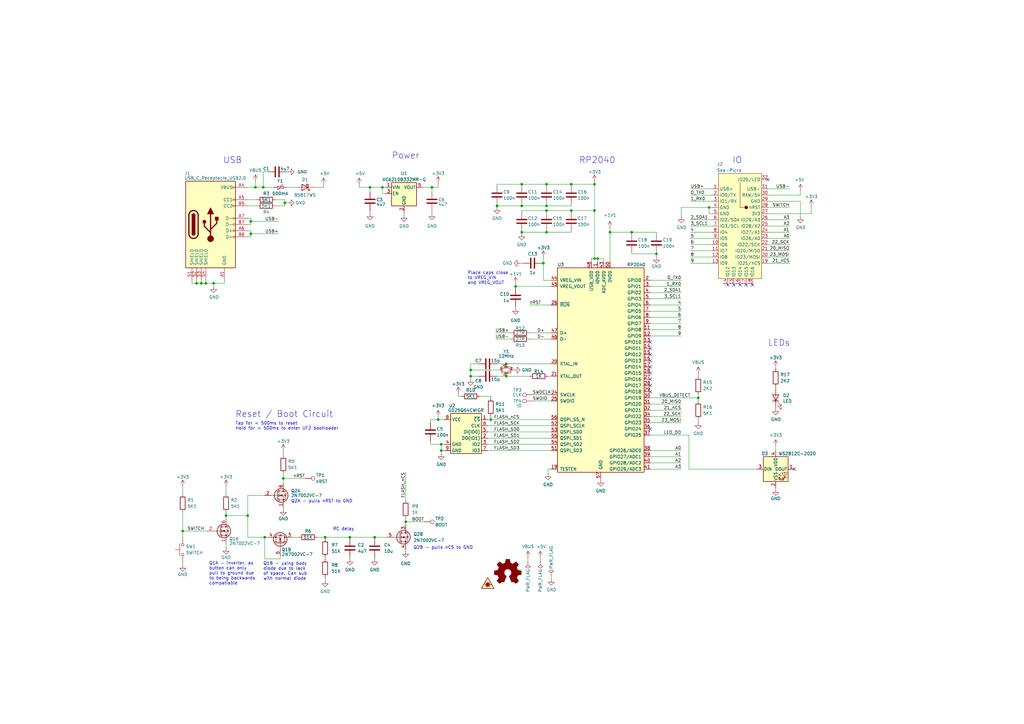
<source format=kicad_sch>
(kicad_sch (version 20211123) (generator eeschema)
  (paper "A3")
  (title_block (title "cockatiel") (rev "version") (company "avery"))
  (junction (at 250.19 95.25))
  (junction (at 193.04 151.765))
  (junction (at 286.385 163.195))
  (junction (at 180.975 182.245))
  (junction (at 245.11 106.045))
  (junction (at 108.585 220.345))
  (junction (at 243.84 106.045))
  (junction (at 207.645 149.225))
  (junction (at 224.155 95.25))
  (junction (at 243.84 75.565))
  (junction (at 211.455 117.475))
  (junction (at 92.71 211.455))
  (junction (at 177.165 76.835))
  (junction (at 87.63 116.205))
  (junction (at 156.845 76.835))
  (junction (at 207.645 154.305))
  (junction (at 153.67 220.345))
  (junction (at 203.835 84.455))
  (junction (at 80.645 116.205))
  (junction (at 234.315 86.36))
  (junction (at 224.155 75.565))
  (junction (at 224.155 86.36))
  (junction (at 84.455 116.205))
  (junction (at 243.84 86.36))
  (junction (at 101.6 211.455))
  (junction (at 116.205 196.215))
  (junction (at 104.775 76.835))
  (junction (at 133.35 220.345))
  (junction (at 213.995 84.455))
  (junction (at 201.295 172.085))
  (junction (at 180.975 184.785))
  (junction (at 143.51 220.345))
  (junction (at 222.885 107.95))
  (junction (at 290.83 85.09))
  (junction (at 74.93 217.805))
  (junction (at 82.55 116.205))
  (junction (at 179.705 172.085))
  (junction (at 259.08 95.25))
  (junction (at 269.24 104.14))
  (junction (at 213.995 95.25))
  (junction (at 213.995 75.565))
  (junction (at 234.315 75.565))
  (junction (at 224.155 84.455))
  (junction (at 166.37 213.995))
  (junction (at 102.87 95.885))
  (junction (at 151.765 76.835))
  (junction (at 116.84 83.185))
  (junction (at 102.87 90.805))
  (junction (at 107.95 76.835))
  (junction (at 193.04 154.305))
  (no_connect (at 306.07 116.84))
  (no_connect (at 266.7 142.875))
  (no_connect (at 266.7 147.955))
  (no_connect (at 298.45 116.84))
  (no_connect (at 266.7 150.495))
  (no_connect (at 266.7 155.575))
  (no_connect (at 308.61 116.84))
  (no_connect (at 266.7 153.035))
  (no_connect (at 266.7 160.655))
  (no_connect (at 325.755 192.405))
  (no_connect (at 266.7 145.415))
  (no_connect (at 266.7 140.335))
  (no_connect (at 266.7 158.115))
  (no_connect (at 314.96 73.66))
  (no_connect (at 300.99 116.84))
  (no_connect (at 266.7 175.895))
  (no_connect (at 303.53 116.84))
  (wire (pts (xy 213.995 75.565) (xy 224.155 75.565)))
  (wire (pts (xy 246.38 196.215) (xy 246.38 196.85)))
  (wire (pts (xy 266.7 127.635) (xy 279.4 127.635)))
  (wire (pts (xy 314.96 95.25) (xy 323.85 95.25)))
  (wire (pts (xy 87.63 117.475) (xy 87.63 116.205)))
  (wire (pts (xy 196.85 162.56) (xy 201.295 162.56)))
  (wire (pts (xy 200.025 184.785) (xy 226.06 184.785)))
  (wire (pts (xy 266.7 120.015) (xy 279.4 120.015)))
  (wire (pts (xy 78.74 116.205) (xy 80.645 116.205)))
  (wire (pts (xy 266.7 135.255) (xy 279.4 135.255)))
  (wire (pts (xy 201.295 172.085) (xy 226.06 172.085)))
  (wire (pts (xy 187.96 161.29) (xy 187.96 162.56)))
  (wire (pts (xy 104.775 76.835) (xy 107.95 76.835)))
  (wire (pts (xy 286.385 163.195) (xy 286.385 164.465)))
  (wire (pts (xy 213.995 84.455) (xy 224.155 84.455)))
  (wire (pts (xy 224.155 76.2) (xy 224.155 75.565)))
  (wire (pts (xy 193.04 154.305) (xy 196.215 154.305)))
  (wire (pts (xy 102.87 97.155) (xy 101.6 97.155)))
  (wire (pts (xy 242.57 106.045) (xy 242.57 107.315)))
  (wire (pts (xy 201.295 162.56) (xy 201.295 163.195)))
  (wire (pts (xy 213.995 94.615) (xy 213.995 95.25)))
  (wire (pts (xy 314.96 97.79) (xy 323.85 97.79)))
  (wire (pts (xy 222.25 107.95) (xy 222.885 107.95)))
  (wire (pts (xy 107.95 70.485) (xy 107.95 76.835)))
  (wire (pts (xy 283.21 102.87) (xy 292.1 102.87)))
  (wire (pts (xy 147.32 76.835) (xy 151.765 76.835)))
  (wire (pts (xy 101.6 89.535) (xy 102.87 89.535)))
  (wire (pts (xy 282.575 192.405) (xy 310.515 192.405)))
  (wire (pts (xy 266.7 117.475) (xy 279.4 117.475)))
  (wire (pts (xy 269.24 95.25) (xy 269.24 95.885)))
  (wire (pts (xy 114.935 227.965) (xy 114.935 229.235)))
  (wire (pts (xy 259.08 104.14) (xy 269.24 104.14)))
  (wire (pts (xy 224.155 84.455) (xy 234.315 84.455)))
  (wire (pts (xy 177.165 86.36) (xy 177.165 87.63)))
  (wire (pts (xy 226.06 117.475) (xy 211.455 117.475)))
  (wire (pts (xy 266.7 173.355) (xy 279.4 173.355)))
  (wire (pts (xy 102.87 95.885) (xy 114.3 95.885)))
  (wire (pts (xy 147.32 76.835) (xy 147.32 75.565)))
  (wire (pts (xy 203.835 154.305) (xy 207.645 154.305)))
  (wire (pts (xy 243.84 106.045) (xy 242.57 106.045)))
  (wire (pts (xy 314.96 90.17) (xy 323.85 90.17)))
  (wire (pts (xy 209.55 139.065) (xy 203.2 139.065)))
  (wire (pts (xy 107.95 76.835) (xy 112.395 76.835)))
  (wire (pts (xy 266.7 192.405) (xy 279.4 192.405)))
  (wire (pts (xy 92.71 211.455) (xy 92.71 212.725)))
  (wire (pts (xy 166.37 213.995) (xy 166.37 215.265)))
  (wire (pts (xy 218.44 161.925) (xy 226.06 161.925)))
  (wire (pts (xy 74.93 199.39) (xy 74.93 202.565)))
  (wire (pts (xy 269.24 103.505) (xy 269.24 104.14)))
  (wire (pts (xy 200.025 172.085) (xy 201.295 172.085)))
  (wire (pts (xy 203.835 149.225) (xy 207.645 149.225)))
  (wire (pts (xy 104.775 74.295) (xy 104.775 76.835)))
  (wire (pts (xy 151.765 76.835) (xy 151.765 78.74)))
  (wire (pts (xy 108.585 220.345) (xy 109.855 220.345)))
  (wire (pts (xy 266.7 137.795) (xy 279.4 137.795)))
  (wire (pts (xy 292.1 87.63) (xy 290.83 87.63)))
  (wire (pts (xy 211.455 117.475) (xy 211.455 118.11)))
  (wire (pts (xy 318.135 159.385) (xy 318.135 158.75)))
  (wire (pts (xy 179.705 172.085) (xy 176.53 172.085)))
  (wire (pts (xy 200.025 179.705) (xy 226.06 179.705)))
  (wire (pts (xy 266.7 187.325) (xy 279.4 187.325)))
  (wire (pts (xy 266.7 114.935) (xy 279.4 114.935)))
  (wire (pts (xy 193.04 151.765) (xy 205.105 151.765)))
  (wire (pts (xy 266.7 130.175) (xy 279.4 130.175)))
  (wire (pts (xy 187.96 162.56) (xy 189.23 162.56)))
  (wire (pts (xy 266.7 132.715) (xy 279.4 132.715)))
  (wire (pts (xy 224.79 192.405) (xy 224.79 194.31)))
  (wire (pts (xy 82.55 116.205) (xy 84.455 116.205)))
  (wire (pts (xy 221.615 228.6) (xy 221.615 230.505)))
  (wire (pts (xy 286.385 153.035) (xy 286.385 154.305)))
  (wire (pts (xy 290.83 87.63) (xy 290.83 85.09)))
  (wire (pts (xy 217.17 139.065) (xy 226.06 139.065)))
  (wire (pts (xy 217.17 136.525) (xy 226.06 136.525)))
  (wire (pts (xy 116.84 83.185) (xy 116.84 84.455)))
  (wire (pts (xy 74.93 217.805) (xy 85.09 217.805)))
  (wire (pts (xy 101.6 203.2) (xy 101.6 211.455)))
  (wire (pts (xy 213.995 95.25) (xy 224.155 95.25)))
  (wire (pts (xy 279.4 85.09) (xy 290.83 85.09)))
  (wire (pts (xy 102.87 89.535) (xy 102.87 90.805)))
  (wire (pts (xy 314.96 102.87) (xy 323.85 102.87)))
  (wire (pts (xy 74.93 217.805) (xy 74.93 220.345)))
  (wire (pts (xy 245.11 106.045) (xy 243.84 106.045)))
  (wire (pts (xy 176.53 182.245) (xy 180.975 182.245)))
  (wire (pts (xy 243.84 74.295) (xy 243.84 75.565)))
  (wire (pts (xy 143.51 228.6) (xy 143.51 229.235)))
  (wire (pts (xy 166.37 212.725) (xy 166.37 213.995)))
  (wire (pts (xy 116.205 194.31) (xy 116.205 196.215)))
  (wire (pts (xy 328.295 80.01) (xy 328.295 78.105)))
  (wire (pts (xy 92.075 114.935) (xy 92.075 116.205)))
  (wire (pts (xy 82.55 114.935) (xy 82.55 116.205)))
  (wire (pts (xy 117.475 70.485) (xy 118.11 70.485)))
  (wire (pts (xy 107.95 70.485) (xy 109.855 70.485)))
  (wire (pts (xy 128.905 76.835) (xy 132.715 76.835)))
  (wire (pts (xy 207.645 154.305) (xy 217.17 154.305)))
  (wire (pts (xy 279.4 85.09) (xy 279.4 88.9)))
  (wire (pts (xy 283.21 100.33) (xy 292.1 100.33)))
  (wire (pts (xy 269.24 104.14) (xy 269.24 105.41)))
  (wire (pts (xy 222.885 107.95) (xy 222.885 114.935)))
  (wire (pts (xy 203.835 76.2) (xy 203.835 75.565)))
  (wire (pts (xy 153.67 228.6) (xy 153.67 229.235)))
  (wire (pts (xy 108.585 229.235) (xy 108.585 220.345)))
  (wire (pts (xy 314.96 105.41) (xy 323.85 105.41)))
  (wire (pts (xy 203.835 84.455) (xy 213.995 84.455)))
  (wire (pts (xy 166.37 225.425) (xy 166.37 226.06)))
  (wire (pts (xy 247.65 106.045) (xy 245.11 106.045)))
  (wire (pts (xy 101.6 76.835) (xy 104.775 76.835)))
  (wire (pts (xy 179.705 170.815) (xy 179.705 172.085)))
  (wire (pts (xy 259.08 95.25) (xy 250.19 95.25)))
  (wire (pts (xy 283.21 107.95) (xy 292.1 107.95)))
  (wire (pts (xy 207.645 149.225) (xy 226.06 149.225)))
  (wire (pts (xy 116.205 196.215) (xy 125.095 196.215)))
  (wire (pts (xy 180.975 182.245) (xy 180.975 184.785)))
  (wire (pts (xy 133.35 236.855) (xy 133.35 238.125)))
  (wire (pts (xy 176.53 180.975) (xy 176.53 182.245)))
  (wire (pts (xy 266.7 163.195) (xy 286.385 163.195)))
  (wire (pts (xy 283.21 97.79) (xy 292.1 97.79)))
  (wire (pts (xy 224.155 83.82) (xy 224.155 84.455)))
  (wire (pts (xy 222.885 105.41) (xy 222.885 107.95)))
  (wire (pts (xy 266.7 178.435) (xy 282.575 178.435)))
  (wire (pts (xy 282.575 192.405) (xy 282.575 178.435)))
  (wire (pts (xy 259.08 95.885) (xy 259.08 95.25)))
  (wire (pts (xy 116.84 81.915) (xy 116.84 83.185)))
  (wire (pts (xy 266.7 125.095) (xy 279.4 125.095)))
  (wire (pts (xy 203.835 84.455) (xy 203.835 85.09)))
  (wire (pts (xy 226.06 192.405) (xy 224.79 192.405)))
  (wire (pts (xy 286.385 161.925) (xy 286.385 163.195)))
  (wire (pts (xy 245.11 106.045) (xy 245.11 107.315)))
  (wire (pts (xy 158.115 79.375) (xy 156.845 79.375)))
  (wire (pts (xy 153.67 220.98) (xy 153.67 220.345)))
  (wire (pts (xy 290.83 85.09) (xy 292.1 85.09)))
  (wire (pts (xy 332.74 84.455) (xy 332.74 87.63)))
  (wire (pts (xy 234.315 86.995) (xy 234.315 86.36)))
  (wire (pts (xy 226.06 114.935) (xy 222.885 114.935)))
  (wire (pts (xy 234.315 86.36) (xy 243.84 86.36)))
  (wire (pts (xy 143.51 220.98) (xy 143.51 220.345)))
  (wire (pts (xy 314.96 85.09) (xy 323.85 85.09)))
  (wire (pts (xy 213.995 75.565) (xy 213.995 76.2)))
  (wire (pts (xy 166.37 213.995) (xy 173.99 213.995)))
  (wire (pts (xy 318.135 182.88) (xy 318.135 184.785)))
  (wire (pts (xy 116.205 196.215) (xy 116.205 198.12)))
  (wire (pts (xy 266.7 170.815) (xy 279.4 170.815)))
  (wire (pts (xy 234.315 94.615) (xy 234.315 95.25)))
  (wire (pts (xy 224.155 86.36) (xy 234.315 86.36)))
  (wire (pts (xy 182.245 182.245) (xy 180.975 182.245)))
  (wire (pts (xy 101.6 94.615) (xy 102.87 94.615)))
  (wire (pts (xy 213.995 95.25) (xy 213.995 95.885)))
  (wire (pts (xy 196.215 149.225) (xy 193.04 149.225)))
  (wire (pts (xy 216.535 228.6) (xy 216.535 230.505)))
  (wire (pts (xy 224.155 75.565) (xy 234.315 75.565)))
  (wire (pts (xy 193.04 151.765) (xy 193.04 154.305)))
  (wire (pts (xy 177.165 76.835) (xy 179.705 76.835)))
  (wire (pts (xy 133.35 220.98) (xy 133.35 220.345)))
  (wire (pts (xy 266.7 168.275) (xy 279.4 168.275)))
  (wire (pts (xy 156.845 76.835) (xy 158.115 76.835)))
  (wire (pts (xy 118.11 83.185) (xy 116.84 83.185)))
  (wire (pts (xy 84.455 114.935) (xy 84.455 116.205)))
  (wire (pts (xy 176.53 172.085) (xy 176.53 173.355)))
  (wire (pts (xy 318.135 167.005) (xy 318.135 167.64)))
  (wire (pts (xy 210.185 151.765) (xy 210.82 151.765)))
  (wire (pts (xy 213.36 107.95) (xy 214.63 107.95)))
  (wire (pts (xy 193.04 154.305) (xy 193.04 155.575)))
  (wire (pts (xy 213.995 86.36) (xy 224.155 86.36)))
  (wire (pts (xy 318.135 151.13) (xy 318.135 150.495)))
  (wire (pts (xy 224.155 86.36) (xy 224.155 86.995)))
  (wire (pts (xy 101.6 203.2) (xy 108.585 203.2)))
  (wire (pts (xy 314.96 92.71) (xy 323.85 92.71)))
  (wire (pts (xy 318.135 200.025) (xy 318.135 200.66)))
  (wire (pts (xy 116.205 208.28) (xy 116.205 208.915)))
  (wire (pts (xy 328.295 82.55) (xy 328.295 88.9)))
  (wire (pts (xy 211.455 116.205) (xy 211.455 117.475)))
  (wire (pts (xy 133.35 228.6) (xy 133.35 229.235)))
  (wire (pts (xy 173.355 76.835) (xy 177.165 76.835)))
  (wire (pts (xy 224.155 94.615) (xy 224.155 95.25)))
  (wire (pts (xy 105.41 81.915) (xy 101.6 81.915)))
  (wire (pts (xy 314.96 107.95) (xy 323.85 107.95)))
  (wire (pts (xy 226.06 125.095) (xy 217.17 125.095)))
  (wire (pts (xy 102.87 90.805) (xy 114.3 90.805)))
  (wire (pts (xy 266.7 122.555) (xy 279.4 122.555)))
  (wire (pts (xy 92.71 199.39) (xy 92.71 202.565)))
  (wire (pts (xy 101.6 220.345) (xy 101.6 211.455)))
  (wire (pts (xy 84.455 116.205) (xy 87.63 116.205)))
  (wire (pts (xy 203.835 83.82) (xy 203.835 84.455)))
  (wire (pts (xy 266.7 165.735) (xy 279.4 165.735)))
  (wire (pts (xy 200.025 174.625) (xy 226.06 174.625)))
  (wire (pts (xy 283.21 77.47) (xy 292.1 77.47)))
  (wire (pts (xy 143.51 220.345) (xy 153.67 220.345)))
  (wire (pts (xy 113.03 84.455) (xy 116.84 84.455)))
  (wire (pts (xy 283.21 90.17) (xy 292.1 90.17)))
  (wire (pts (xy 314.96 82.55) (xy 328.295 82.55)))
  (wire (pts (xy 102.87 92.075) (xy 101.6 92.075)))
  (wire (pts (xy 151.765 76.835) (xy 156.845 76.835)))
  (wire (pts (xy 177.165 76.835) (xy 177.165 78.74)))
  (wire (pts (xy 203.835 75.565) (xy 213.995 75.565)))
  (wire (pts (xy 247.65 107.315) (xy 247.65 106.045)))
  (wire (pts (xy 92.71 222.885) (xy 92.71 224.79)))
  (wire (pts (xy 259.08 103.505) (xy 259.08 104.14)))
  (wire (pts (xy 266.7 189.865) (xy 279.4 189.865)))
  (wire (pts (xy 113.03 81.915) (xy 116.84 81.915)))
  (wire (pts (xy 166.37 193.675) (xy 166.37 205.105)))
  (wire (pts (xy 218.44 164.465) (xy 226.06 164.465)))
  (wire (pts (xy 133.35 220.345) (xy 143.51 220.345)))
  (wire (pts (xy 213.995 83.82) (xy 213.995 84.455)))
  (wire (pts (xy 74.93 230.505) (xy 74.93 231.775)))
  (wire (pts (xy 179.705 74.93) (xy 179.705 76.835)))
  (wire (pts (xy 283.21 92.71) (xy 292.1 92.71)))
  (wire (pts (xy 105.41 84.455) (xy 101.6 84.455)))
  (wire (pts (xy 102.87 90.805) (xy 102.87 92.075)))
  (wire (pts (xy 201.295 170.815) (xy 201.295 172.085)))
  (wire (pts (xy 209.55 136.525) (xy 203.2 136.525)))
  (wire (pts (xy 117.475 76.835) (xy 121.285 76.835)))
  (wire (pts (xy 120.015 220.345) (xy 122.555 220.345)))
  (wire (pts (xy 234.315 75.565) (xy 243.84 75.565)))
  (wire (pts (xy 114.935 229.235) (xy 108.585 229.235)))
  (wire (pts (xy 165.735 86.995) (xy 165.735 88.265)))
  (wire (pts (xy 116.205 184.785) (xy 116.205 186.69)))
  (wire (pts (xy 80.645 114.935) (xy 80.645 116.205)))
  (wire (pts (xy 250.19 95.25) (xy 250.19 107.315)))
  (wire (pts (xy 234.315 83.82) (xy 234.315 84.455)))
  (wire (pts (xy 226.06 237.49) (xy 226.06 236.22)))
  (wire (pts (xy 224.79 154.305) (xy 226.06 154.305)))
  (wire (pts (xy 180.975 184.785) (xy 180.975 186.055)))
  (wire (pts (xy 314.96 87.63) (xy 332.74 87.63)))
  (wire (pts (xy 108.585 220.345) (xy 101.6 220.345)))
  (wire (pts (xy 102.87 95.885) (xy 102.87 97.155)))
  (wire (pts (xy 224.155 95.25) (xy 234.315 95.25)))
  (wire (pts (xy 179.705 172.085) (xy 182.245 172.085)))
  (wire (pts (xy 80.645 116.205) (xy 82.55 116.205)))
  (wire (pts (xy 213.995 86.995) (xy 213.995 86.36)))
  (wire (pts (xy 234.315 75.565) (xy 234.315 76.2)))
  (wire (pts (xy 180.975 184.785) (xy 182.245 184.785)))
  (wire (pts (xy 200.025 182.245) (xy 226.06 182.245)))
  (wire (pts (xy 74.93 210.185) (xy 74.93 217.805)))
  (wire (pts (xy 314.96 80.01) (xy 328.295 80.01)))
  (wire (pts (xy 133.35 220.345) (xy 130.175 220.345)))
  (wire (pts (xy 283.21 95.25) (xy 292.1 95.25)))
  (wire (pts (xy 102.87 94.615) (xy 102.87 95.885)))
  (wire (pts (xy 153.67 220.345) (xy 158.75 220.345)))
  (wire (pts (xy 286.385 172.085) (xy 286.385 173.355)))
  (wire (pts (xy 151.765 86.36) (xy 151.765 87.63)))
  (wire (pts (xy 211.455 125.73) (xy 211.455 126.365)))
  (wire (pts (xy 283.21 80.01) (xy 292.1 80.01)))
  (wire (pts (xy 259.08 95.25) (xy 269.24 95.25)))
  (wire (pts (xy 314.96 77.47) (xy 323.85 77.47)))
  (wire (pts (xy 243.84 86.36) (xy 243.84 106.045)))
  (wire (pts (xy 92.71 210.185) (xy 92.71 211.455)))
  (wire (pts (xy 283.21 82.55) (xy 292.1 82.55)))
  (wire (pts (xy 193.04 149.225) (xy 193.04 151.765)))
  (wire (pts (xy 156.845 79.375) (xy 156.845 76.835)))
  (wire (pts (xy 243.84 75.565) (xy 243.84 86.36)))
  (wire (pts (xy 283.21 105.41) (xy 292.1 105.41)))
  (wire (pts (xy 132.715 76.835) (xy 132.715 75.565)))
  (wire (pts (xy 87.63 116.205) (xy 92.075 116.205)))
  (wire (pts (xy 314.96 100.33) (xy 323.85 100.33)))
  (wire (pts (xy 266.7 184.785) (xy 279.4 184.785)))
  (wire (pts (xy 78.74 114.935) (xy 78.74 116.205)))
  (wire (pts (xy 200.025 177.165) (xy 226.06 177.165)))
  (wire (pts (xy 101.6 211.455) (xy 92.71 211.455)))
  (wire (pts (xy 250.19 93.345) (xy 250.19 95.25)))
  (text "LEDs" (at 314.96 142.24 0) (effects (font (size 2.54 2.54)) (justify left bottom)))
  (text "Q1B - using body \ndiode due to lack\nof space. Can sub\nwith normal diode" (at 107.95 238.125 0) (effects (font (size 1.27 1.27)) (justify left bottom)))
  (text "Q2A - pulls nRST to GND" (at 119.38 206.375 0) (effects (font (size 1.27 1.27)) (justify left bottom)))
  (text "Q2B - pulls nCS to GND" (at 169.545 225.425 0) (effects (font (size 1.27 1.27)) (justify left bottom)))
  (text "Reset / Boot Circuit" (at 96.52 171.45 0) (effects (font (size 2.54 2.54)) (justify left bottom)))
  (text "RP2040" (at 237.49 67.31 0) (effects (font (size 2.54 2.54)) (justify left bottom)))
  (text "Tap for < 500ms to reset\nHold for > 500ms to enter UF2 bootloader" (at 96.52 176.53 0) (effects (font (size 1.27 1.27)) (justify left bottom)))
  (text "IO" (at 300.355 67.31 0) (effects (font (size 2.54 2.54)) (justify left bottom)))
  (text "RC delay" (at 136.525 217.805 0) (effects (font (size 1.27 1.27)) (justify left bottom)))
  (text "Place caps close \nto VREG_VIN \nand VREG_VOUT" (at 191.77 116.84 0) (effects (font (size 1.27 1.27)) (justify left bottom)))
  (text "Power" (at 160.655 65.405 0) (effects (font (size 2.54 2.54)) (justify left bottom)))
  (text "Q1A - inverter, as \nbutton can only \npull to ground due\nto being backwards\ncompatiable" (at 85.725 240.03 0) (effects (font (size 1.27 1.27)) (justify left bottom)))
  (text "USB" (at 91.44 67.31 0) (effects (font (size 2.54 2.54)) (justify left bottom)))
  (label "SWITCH" (at 76.835 217.805 0))
  (label "FLASH_nCS" (at 202.565 172.085 0))
  (label "0_TX0" (at 283.21 80.01 0))
  (label "A0" (at 323.85 97.79 180))
  (label "USB+" (at 114.3 95.885 180))
  (label "6" (at 283.21 100.33 0))
  (label "21_nCS" (at 279.4 168.275 180))
  (label "3_SCL1" (at 279.4 122.555 180))
  (label "BOOT" (at 173.99 213.995 180))
  (label "SWDIO" (at 218.44 164.465 0))
  (label "22_SCK" (at 279.4 170.815 180))
  (label "1_RX0" (at 283.21 82.55 0))
  (label "5" (at 283.21 97.79 0))
  (label "3_SCL1" (at 283.21 92.71 0))
  (label "USB-" (at 114.3 90.805 180))
  (label "FLASH_SD1" (at 202.565 179.705 0))
  (label "1_RX0" (at 279.4 117.475 180))
  (label "USB-" (at 203.2 139.065 0))
  (label "23_MOSI" (at 279.4 173.355 180))
  (label "2_SDA1" (at 283.21 90.17 0))
  (label "A3" (at 279.4 192.405 180))
  (label "7" (at 283.21 102.87 0))
  (label "nRST" (at 217.17 125.095 0))
  (label "4" (at 279.4 125.095 180))
  (label "5" (at 279.4 127.635 180))
  (label "A2" (at 323.85 92.71 180))
  (label "2_SDA1" (at 279.4 120.015 180))
  (label "21_nCS" (at 323.85 107.95 180))
  (label "FLASH_nCS" (at 166.37 193.675 270))
  (label "23_MOSI" (at 323.85 105.41 180))
  (label "9" (at 279.4 137.795 180))
  (label "D+" (at 220.345 136.525 0))
  (label "A1" (at 279.4 187.325 180))
  (label "20_MISO" (at 323.85 102.87 180))
  (label "7" (at 279.4 132.715 180))
  (label "20_MISO" (at 279.4 165.735 180))
  (label "SWDCLK" (at 218.44 161.925 0))
  (label "D-" (at 220.345 139.065 0))
  (label "USB-" (at 323.85 77.47 180))
  (label "nRST" (at 125.095 196.215 180))
  (label "A1" (at 323.85 95.25 180))
  (label "A3" (at 323.85 90.17 180))
  (label "9" (at 283.21 107.95 0))
  (label "22_SCK" (at 323.85 100.33 180))
  (label "4" (at 283.21 95.25 0))
  (label "8" (at 279.4 135.255 180))
  (label "FLASH_SD0" (at 202.565 177.165 0))
  (label "VBUS_DETECT" (at 283.21 163.195 180))
  (label "6" (at 279.4 130.175 180))
  (label "FLASH_SCK" (at 202.565 174.625 0))
  (label "LED_DO" (at 279.4 178.435 180))
  (label "FLASH_SD3" (at 202.565 184.785 0))
  (label "A2" (at 279.4 189.865 180))
  (label "8" (at 283.21 105.41 0))
  (label "0_TX0" (at 279.4 114.935 180))
  (label "USB+" (at 203.2 136.525 0))
  (label "FLASH_SD2" (at 202.565 182.245 0))
  (label "SWITCH" (at 323.85 85.09 180))
  (label "USB+" (at 283.21 77.47 0))
  (label "A0" (at 279.4 184.785 180))
  (symbol (lib_id "josh-memory:W25Q128JVSIQ") (at 187.325 177.165 0) (mirror y) (unit 1)
    (property "Reference" "U2" (at 185.42 166.37 0))
    (property "Value" "GD25Q64CWIGR" (at 191.135 168.275 0))
    (property "Footprint" "josh-dfn-qfn:WSON-8-1EP_6x5mm_P1.27mm_EP3.4x4mm" (effects hide))
    (property "LCSC" "C395511" (effects hide))
    (property "MPN " "GD25Q64CWIGR" (effects hide))
    (property "Manufacturer" "GigaDevice Semicon Beijing " (effects hide))
    (property "JLC Basic" "N" (effects hide))
    (property "LCSC2" "C2940197" (effects hide))
    (property "MPN2" "W25Q64JVZPIQ" (effects hide))
    (property "Manufacturer2" "Winbond" (effects hide))
    (property "Substitute" "N" (effects hide))
  )
  (symbol (lib_id "Transistor_FET:FDG6335N") (at 90.17 217.805 0) (unit 1)
    (property "Reference" "Q1" (at 93.98 220.98 0) (effects (justify left)))
    (property "Value" "2N7002VC-7" (at 93.98 222.885 0) (effects (justify left)))
    (property "Footprint" "josh-soic-sot-etc:SOT-563" (effects hide))
    (property "Datasheet" "http://www.gneic.com/product/datasheet/FDG6335N-1122853.pdf" (effects hide))
    (property "JLC Basic" "N" (effects hide))
    (property "LCSC" "C504145" (effects hide))
    (property "MPN " "2N7002V" (effects hide))
    (property "Manufacturer" "Changjiang Electronics Tech (CJ) " (effects hide))
    (property "Substitute" "Y" (effects hide))
  )
  (symbol (lib_id "power:GND") (at 87.63 117.475 0) (unit 1)
    (property "Reference" "#PWR0131" (effects hide))
    (property "Value" "GND" (at 87.757 121.8692 0))
  )
  (symbol (lib_id "power:PWR_FLAG") (at 216.535 230.505 180) (unit 1)
    (property "Reference" "#FLG0103" (effects hide))
    (property "Value" "PWR_FLAG" (at 216.535 238.125 90))
  )
  (symbol (lib_id "Device:R") (at 133.35 233.045 0) (unit 1)
    (property "Reference" "R8" (at 135.89 231.7749 0) (effects (justify left)))
    (property "Value" "51K" (at 135.89 234.3149 0) (effects (justify left)))
    (property "Footprint" "Resistor_SMD:R_0402_1005Metric" (effects hide))
    (property "JLC Basic" "Y" (effects hide))
    (property "LCSC" "C25794" (effects hide))
    (property "MPN " "0402WGF5102TCE" (effects hide))
    (property "Manufacturer" "UNI-ROYAL(Uniroyal Elec)" (effects hide))
    (property "Substitute" "Y" (effects hide))
  )
  (symbol (lib_id "Device:R") (at 133.35 224.79 0) (unit 1)
    (property "Reference" "R7" (at 135.89 223.5199 0) (effects (justify left)))
    (property "Value" "51K" (at 135.89 226.0599 0) (effects (justify left)))
    (property "Footprint" "Resistor_SMD:R_0402_1005Metric" (effects hide))
    (property "JLC Basic" "Y" (effects hide))
    (property "LCSC" "C25794" (effects hide))
    (property "MPN " "0402WGF5102TCE" (effects hide))
    (property "Manufacturer" "UNI-ROYAL(Uniroyal Elec)" (effects hide))
    (property "Substitute" "Y" (effects hide))
  )
  (symbol (lib_id "josh-led:WS2812C-2020") (at 318.135 192.405 0) (unit 1)
    (property "Reference" "D3" (at 313.69 186.055 0))
    (property "Value" "WS2812C-2020" (at 327.025 186.055 0))
    (property "Footprint" "josh-led:WS2812C-2020" (effects hide))
    (property "Datasheet" "https://cdn-shop.adafruit.com/datasheets/WS2812B.pdf" (effects hide))
    (property "LCSC" "C965556" (effects hide))
    (property "MPN " "WS2812C-2020" (effects hide))
    (property "Manufacturer" "Worldsemi " (effects hide))
    (property "JLC Basic" "N" (effects hide))
    (property "Substitute" "N" (effects hide))
  )
  (symbol (lib_id "power:GND") (at 116.205 208.915 0) (unit 1)
    (property "Reference" "#PWR0145" (effects hide))
    (property "Value" "GND" (at 116.205 212.725 0))
  )
  (symbol (lib_id "power:GND") (at 92.71 224.79 0) (unit 1)
    (property "Reference" "#PWR0140" (effects hide))
    (property "Value" "GND" (at 92.71 228.6 0))
  )
  (symbol (lib_id "power:+3V3") (at 187.96 161.29 0) (unit 1)
    (property "Reference" "#PWR0129" (effects hide))
    (property "Value" "+3V3" (at 187.96 157.48 0))
  )
  (symbol (lib_id "power:+5V") (at 147.32 75.565 0) (unit 1)
    (property "Reference" "#PWR0133" (effects hide))
    (property "Value" "+5V" (at 147.701 71.1708 0))
  )
  (symbol (lib_id "Device:R") (at 109.22 81.915 270) (unit 1)
    (property "Reference" "R3" (at 109.22 79.375 90))
    (property "Value" "5K1" (at 109.22 81.915 90))
    (property "Footprint" "Resistor_SMD:R_0402_1005Metric" (effects hide))
    (property "LCSC" "C25905" (effects hide))
    (property "MPN " "0402WGF5101TCE" (effects hide))
    (property "Manufacturer" "UNI-ROYAL(Uniroyal Elec)" (effects hide))
    (property "JLC Basic" "Y" (effects hide))
    (property "Substitute" "Y" (effects hide))
  )
  (symbol (lib_id "power:+3V3") (at 92.71 199.39 0) (unit 1)
    (property "Reference" "#PWR0143" (effects hide))
    (property "Value" "+3V3" (at 92.71 195.58 0))
  )
  (symbol (lib_id "power:+3V3") (at 318.135 150.495 0) (unit 1)
    (property "Reference" "#PWR0106" (effects hide))
    (property "Value" "+3V3" (at 318.135 146.685 0))
  )
  (symbol (lib_id "Device:R") (at 92.71 206.375 0) (unit 1)
    (property "Reference" "R2" (at 94.615 205.1049 0) (effects (justify left)))
    (property "Value" "5K1" (at 94.615 207.6449 0) (effects (justify left)))
    (property "Footprint" "Resistor_SMD:R_0402_1005Metric" (effects hide))
    (property "LCSC" "C25905" (effects hide))
    (property "MPN " "0402WGF5101TCE" (effects hide))
    (property "Manufacturer" "UNI-ROYAL(Uniroyal Elec)" (effects hide))
    (property "JLC Basic" "Y" (effects hide))
    (property "Substitute" "Y" (effects hide))
  )
  (symbol (lib_id "Transistor_FET:FDG6335N") (at 163.83 220.345 0) (unit 2)
    (property "Reference" "Q2" (at 169.545 219.0749 0) (effects (justify left)))
    (property "Value" "2N7002VC-7" (at 169.545 221.6149 0) (effects (justify left)))
    (property "Footprint" "josh-soic-sot-etc:SOT-563" (effects hide))
    (property "Datasheet" "http://www.gneic.com/product/datasheet/FDG6335N-1122853.pdf" (effects hide))
    (property "JLC Basic" "N" (effects hide))
    (property "LCSC" "C504145" (effects hide))
    (property "MPN " "2N7002V" (effects hide))
    (property "Manufacturer" "Changjiang Electronics Tech (CJ) " (effects hide))
    (property "Substitute" "Y" (effects hide))
  )
  (symbol (lib_id "Device:LED") (at 318.135 163.195 90) (unit 1)
    (property "Reference" "D2" (at 321.1068 162.2044 90) (effects (justify right)))
    (property "Value" "LED" (at 321.1068 164.5158 90) (effects (justify right)))
    (property "Footprint" "LED_SMD:LED_0603_1608Metric" (effects hide))
    (property "LCSC" "C268294" (effects hide))
    (property "MPN " "OSK40603C1E" (effects hide))
    (property "Manufacturer" "OptoSupply" (effects hide))
    (property "JLC Basic" "Y" (effects hide))
    (property "Substitute" "Y - any pink" (effects hide))
  )
  (symbol (lib_id "power:+3V3") (at 74.93 199.39 0) (unit 1)
    (property "Reference" "#PWR0144" (effects hide))
    (property "Value" "+3V3" (at 74.93 195.58 0))
  )
  (symbol (lib_id "power:GND") (at 151.765 87.63 0) (unit 1)
    (property "Reference" "#PWR0138" (effects hide))
    (property "Value" "GND" (at 151.765 92.71 0))
  )
  (symbol (lib_id "power:+5V") (at 221.615 228.6 0) (unit 1)
    (property "Reference" "#PWR0148" (effects hide))
    (property "Value" "+5V" (at 221.996 224.2058 0))
  )
  (symbol (lib_id "Device:C") (at 203.835 80.01 0) (unit 1)
    (property "Reference" "C9" (at 206.375 78.74 0) (effects (justify left)))
    (property "Value" "100n" (at 206.375 81.28 0) (effects (justify left)))
    (property "Footprint" "Capacitor_SMD:C_0402_1005Metric" (effects hide))
    (property "LCSC" "C1525" (effects hide))
    (property "MPN " "CL05B104KO5NNNC" (effects hide))
    (property "Manufacturer" "Samsung Electro-Mechanics" (effects hide))
    (property "JLC Basic" "Y" (effects hide))
    (property "Substitute" "Y" (effects hide))
  )
  (symbol (lib_id "power:VBUS") (at 104.775 74.295 0) (unit 1)
    (property "Reference" "#PWR0122" (effects hide))
    (property "Value" "VBUS" (at 104.775 69.85 0))
  )
  (symbol (lib_id "power:GND") (at 210.82 151.765 90) (unit 1)
    (property "Reference" "#PWR0114" (effects hide))
    (property "Value" "GND" (at 213.995 151.7649 90) (effects (justify right)))
  )
  (symbol (lib_id "Connector:TestPoint") (at 173.99 213.995 270) (unit 1) (in_bom no)
    (property "Reference" "TP2" (at 178.435 212.725 90) (effects (justify left)))
    (property "Value" "BOOT" (at 178.435 215.265 90) (effects (justify left)))
    (property "Footprint" "josh-test-point:TestPoint_SMDPad_D1.0mm_NO_SILK" (effects hide))
  )
  (symbol (lib_id "power:GND") (at 166.37 226.06 0) (unit 1)
    (property "Reference" "#PWR0127" (effects hide))
    (property "Value" "GND" (at 166.37 231.14 0))
  )
  (symbol (lib_id "Switch:SW_Push") (at 74.93 225.425 90) (unit 1)
    (property "Reference" "SW1" (at 76.2 224.1549 90) (effects (justify right)))
    (property "Value" "SWITCH" (at 76.2 226.6949 90) (effects (justify right)))
    (property "Footprint" "josh-buttons-switches:SW_Push_KMR2" (effects hide))
    (property "JLC Basic" "N" (effects hide))
    (property "LCSC" "C318893" (effects hide))
    (property "MPN " "TS-1185EC-C-D-B" (effects hide))
    (property "Manufacturer" "XKB Connectivity" (effects hide))
    (property "Substitute" "Y" (effects hide))
  )
  (symbol (lib_id "power:+1V1") (at 211.455 116.205 0) (unit 1)
    (property "Reference" "#PWR0116" (effects hide))
    (property "Value" "+1V1" (at 211.455 112.395 0))
  )
  (symbol (lib_id "power:GND") (at 143.51 229.235 0) (unit 1)
    (property "Reference" "#PWR0125" (effects hide))
    (property "Value" "GND" (at 143.51 233.68 0))
  )
  (symbol (lib_id "power:PWR_FLAG") (at 226.06 236.22 0) (unit 1)
    (property "Reference" "#FLG0101" (effects hide))
    (property "Value" "PWR_FLAG" (at 226.06 228.6 90))
  )
  (symbol (lib_id "Device:D_Schottky") (at 125.095 76.835 180) (unit 1)
    (property "Reference" "D1" (at 125.095 73.66 0))
    (property "Value" "B5817WS" (at 125.095 80.01 0))
    (property "Footprint" "josh-passives-smt:D_SOD-323" (effects hide))
    (property "LCSC" "C122854" (effects hide))
    (property "MPN " "B5817WS" (effects hide))
    (property "Manufacturer" "Shikues" (effects hide))
    (property "JLC Basic" "N" (effects hide))
    (property "Substitute" "N" (effects hide))
  )
  (symbol (lib_id "Device:R") (at 220.98 154.305 90) (unit 1)
    (property "Reference" "R14" (at 220.98 152.4 90))
    (property "Value" "1K" (at 220.98 154.305 90))
    (property "Footprint" "Resistor_SMD:R_0402_1005Metric" (effects hide))
    (property "LCSC" "C11702" (effects hide))
    (property "MPN " "0402WGF1001TCE" (effects hide))
    (property "Manufacturer" "UNI-ROYAL(Uniroyal Elec)" (effects hide))
    (property "JLC Basic" "Y" (effects hide))
    (property "Substitute" "Y" (effects hide))
  )
  (symbol (lib_id "josh-connector:USB_C_Receptacle_USB2.0_NO_SBU") (at 86.36 92.075 0) (unit 1)
    (property "Reference" "J1" (at 76.835 71.12 0))
    (property "Value" "USB_C_Receptacle_USB2.0" (at 88.265 73.025 0))
    (property "Footprint" "josh-connectors:USB-C_MID_MOUNT_918-418K2024S40000" (effects hide))
    (property "JLC Basic" "N" (effects hide))
    (property "LCSC" "C168688" (effects hide))
    (property "MPN " "918-418K2024S40000" (effects hide))
    (property "Manufacturer" "Jing Extension of the Electronic Co" (effects hide))
    (property "Substitute" "Y" (effects hide))
  )
  (symbol (lib_id "power:+3V3") (at 332.74 84.455 0) (unit 1)
    (property "Reference" "#PWR0109" (effects hide))
    (property "Value" "+3V3" (at 332.74 80.645 0))
  )
  (symbol (lib_id "power:GND") (at 74.93 231.775 0) (unit 1)
    (property "Reference" "#PWR0141" (effects hide))
    (property "Value" "GND" (at 74.93 235.585 0))
  )
  (symbol (lib_id "Device:R") (at 286.385 158.115 0) (unit 1)
    (property "Reference" "R15" (at 288.29 156.8449 0) (effects (justify left)))
    (property "Value" "2K2" (at 288.29 159.3849 0) (effects (justify left)))
    (property "Footprint" "Resistor_SMD:R_0402_1005Metric" (effects hide))
    (property "JLC Basic" "Y" (effects hide))
    (property "LCSC" "C25879" (effects hide))
    (property "MPN " "0402WGF2201TCE" (effects hide))
    (property "Manufacturer" "UNI-ROYAL(Uniroyal Elec)" (effects hide))
    (property "Substitute" "Y" (effects hide))
  )
  (symbol (lib_id "Device:R") (at 318.135 154.94 0) (unit 1)
    (property "Reference" "R17" (at 320.04 153.6699 0) (effects (justify left)))
    (property "Value" "2K2" (at 320.04 156.2099 0) (effects (justify left)))
    (property "Footprint" "Resistor_SMD:R_0402_1005Metric" (effects hide))
    (property "JLC Basic" "Y" (effects hide))
    (property "LCSC" "C25879" (effects hide))
    (property "MPN " "0402WGF2201TCE" (effects hide))
    (property "Manufacturer" "UNI-ROYAL(Uniroyal Elec)" (effects hide))
    (property "Substitute" "Y" (effects hide))
  )
  (symbol (lib_id "power:VBUS") (at 286.385 153.035 0) (unit 1)
    (property "Reference" "#PWR0103" (effects hide))
    (property "Value" "VBUS" (at 286.385 148.59 0))
  )
  (symbol (lib_id "Device:C") (at 234.315 90.805 0) (unit 1)
    (property "Reference" "C17" (at 236.855 89.535 0) (effects (justify left)))
    (property "Value" "100n" (at 236.855 92.075 0) (effects (justify left)))
    (property "Footprint" "Capacitor_SMD:C_0402_1005Metric" (effects hide))
    (property "LCSC" "C1525" (effects hide))
    (property "MPN " "CL05B104KO5NNNC" (effects hide))
    (property "Manufacturer" "Samsung Electro-Mechanics" (effects hide))
    (property "JLC Basic" "Y" (effects hide))
    (property "Substitute" "Y" (effects hide))
  )
  (symbol (lib_id "power:GND") (at 269.24 105.41 0) (unit 1)
    (property "Reference" "#PWR0107" (effects hide))
    (property "Value" "GND" (at 269.24 109.22 0))
  )
  (symbol (lib_id "power:+3V3") (at 243.84 74.295 0) (unit 1)
    (property "Reference" "#PWR0121" (effects hide))
    (property "Value" "+3V3" (at 243.84 70.485 0))
  )
  (symbol (lib_id "Graphic:SYM_LASER_Small") (at 200.025 239.395 0) (unit 1) (in_bom no)
    (property "Reference" "LOGO1" (effects hide))
    (property "Value" "Sea-Picro" (effects hide))
    (property "Footprint" "josh-logos:sea-picro-silk" (effects hide))
  )
  (symbol (lib_id "Device:C") (at 218.44 107.95 90) (unit 1)
    (property "Reference" "C13" (at 218.44 104.14 90))
    (property "Value" "1u" (at 218.44 111.76 90))
    (property "Footprint" "Capacitor_SMD:C_0402_1005Metric" (effects hide))
    (property "LCSC" "C52923" (effects hide))
    (property "MPN " "CL05A105KA5NQNC" (effects hide))
    (property "Manufacturer" "Samsung Electro-Mechanics" (effects hide))
    (property "JLC Basic" "Y" (effects hide))
    (property "Substitute" "Y" (effects hide))
  )
  (symbol (lib_id "power:GND") (at 318.135 200.66 0) (unit 1)
    (property "Reference" "#PWR0101" (effects hide))
    (property "Value" "GND" (at 318.135 204.47 0))
  )
  (symbol (lib_id "power:+5V") (at 328.295 78.105 0) (mirror y) (unit 1)
    (property "Reference" "#PWR0108" (effects hide))
    (property "Value" "+5V" (at 327.914 73.7108 0))
  )
  (symbol (lib_id "Connector:TestPoint") (at 125.095 196.215 270) (unit 1) (in_bom no)
    (property "Reference" "TP1" (at 129.54 194.945 90) (effects (justify left)))
    (property "Value" "nRST" (at 129.54 197.485 90) (effects (justify left)))
    (property "Footprint" "josh-test-point:TestPoint_SMDPad_D1.0mm_NO_SILK" (effects hide))
  )
  (symbol (lib_id "Device:C") (at 151.765 82.55 0) (unit 1)
    (property "Reference" "C3" (at 154.305 81.915 0) (effects (justify left)))
    (property "Value" "4u7" (at 154.305 83.82 0) (effects (justify left)))
    (property "Footprint" "Capacitor_SMD:C_0402_1005Metric" (effects hide))
    (property "LCSC" "C23733" (effects hide))
    (property "MPN " "CL05A475MP5NRNC" (effects hide))
    (property "Manufacturer" "Samsung Electro-Mechanics" (effects hide))
    (property "JLC Basic" "Y" (effects hide))
    (property "Substitute" "Y" (effects hide))
  )
  (symbol (lib_id "Connector:TestPoint") (at 218.44 164.465 90) (unit 1) (in_bom no)
    (property "Reference" "TP4" (at 213.995 164.465 90) (effects (justify left)))
    (property "Value" "IO" (at 213.995 166.37 90) (effects (justify left)))
    (property "Footprint" "josh-test-point:TestPoint_THTPad_D1.0mm_Drill0.5mm_NO_SILK" (effects hide))
  )
  (symbol (lib_id "josh-module:Sea-Picro") (at 303.53 93.98 0) (unit 1) (in_bom no)
    (property "Reference" "J2" (at 295.275 67.31 0))
    (property "Value" "Sea-Picro" (at 299.085 69.85 0))
    (property "Footprint" "josh-module:Sea-Picro_RST_Pins" (effects hide))
  )
  (symbol (lib_id "power:GND") (at 279.4 88.9 0) (unit 1)
    (property "Reference" "#PWR0117" (effects hide))
    (property "Value" "GND" (at 279.527 93.2942 0))
  )
  (symbol (lib_id "Device:C") (at 177.165 82.55 0) (unit 1)
    (property "Reference" "C6" (at 179.705 81.915 0) (effects (justify left)))
    (property "Value" "4u7" (at 179.705 83.82 0) (effects (justify left)))
    (property "Footprint" "Capacitor_SMD:C_0402_1005Metric" (effects hide))
    (property "LCSC" "C23733" (effects hide))
    (property "MPN " "CL05A475MP5NRNC" (effects hide))
    (property "Manufacturer" "Samsung Electro-Mechanics" (effects hide))
    (property "JLC Basic" "Y" (effects hide))
    (property "Substitute" "Y" (effects hide))
  )
  (symbol (lib_id "power:GND") (at 118.11 83.185 90) (unit 1)
    (property "Reference" "#PWR0123" (effects hide))
    (property "Value" "GND" (at 123.19 83.185 90))
  )
  (symbol (lib_id "power:PWR_FLAG") (at 221.615 230.505 180) (unit 1)
    (property "Reference" "#FLG0102" (effects hide))
    (property "Value" "PWR_FLAG" (at 221.615 238.125 90))
  )
  (symbol (lib_id "Device:R") (at 201.295 167.005 0) (unit 1)
    (property "Reference" "R11" (at 203.2 165.7349 0) (effects (justify left)))
    (property "Value" "5K1" (at 203.2 168.2749 0) (effects (justify left)))
    (property "Footprint" "Resistor_SMD:R_0402_1005Metric" (effects hide))
    (property "LCSC" "C25905" (effects hide))
    (property "MPN " "0402WGF5101TCE" (effects hide))
    (property "Manufacturer" "UNI-ROYAL(Uniroyal Elec)" (effects hide))
    (property "JLC Basic" "Y" (effects hide))
    (property "Substitute" "Y" (effects hide))
  )
  (symbol (lib_id "Device:C") (at 234.315 80.01 0) (unit 1)
    (property "Reference" "C16" (at 236.855 78.74 0) (effects (justify left)))
    (property "Value" "100n" (at 236.855 81.28 0) (effects (justify left)))
    (property "Footprint" "Capacitor_SMD:C_0402_1005Metric" (effects hide))
    (property "LCSC" "C1525" (effects hide))
    (property "MPN " "CL05B104KO5NNNC" (effects hide))
    (property "Manufacturer" "Samsung Electro-Mechanics" (effects hide))
    (property "JLC Basic" "Y" (effects hide))
    (property "Substitute" "Y" (effects hide))
  )
  (symbol (lib_id "Device:R") (at 193.04 162.56 90) (unit 1)
    (property "Reference" "R10" (at 193.04 160.02 90))
    (property "Value" "5K1" (at 193.04 162.56 90))
    (property "Footprint" "Resistor_SMD:R_0402_1005Metric" (effects hide))
    (property "LCSC" "C25905" (effects hide))
    (property "MPN " "0402WGF5101TCE" (effects hide))
    (property "Manufacturer" "UNI-ROYAL(Uniroyal Elec)" (effects hide))
    (property "JLC Basic" "Y" (effects hide))
    (property "Substitute" "Y" (effects hide))
  )
  (symbol (lib_id "Regulator_Linear:AP2112K-3.3") (at 165.735 79.375 0) (unit 1)
    (property "Reference" "U1" (at 165.735 71.12 0))
    (property "Value" "XC6210B332MR-G" (at 165.735 73.66 0))
    (property "Footprint" "josh-soic-sot-etc:SOT-23-5" (effects hide))
    (property "Datasheet" "https://www.diodes.com/assets/Datasheets/AP2112.pdf" (effects hide))
    (property "LCSC" "C47719" (effects hide))
    (property "MPN " "XC6210B332MR-G" (effects hide))
    (property "Manufacturer" "Torex Semiconductor" (effects hide))
    (property "JLC Basic" "N" (effects hide))
    (property "Substitute" "N" (effects hide))
  )
  (symbol (lib_id "Device:C") (at 200.025 149.225 90) (unit 1)
    (property "Reference" "C7" (at 196.215 147.955 90))
    (property "Value" "15p" (at 203.2 147.955 90))
    (property "Footprint" "Capacitor_SMD:C_0402_1005Metric" (effects hide))
    (property "LCSC" "C1548" (effects hide))
    (property "MPN " "0402CG150J500NT" (effects hide))
    (property "Manufacturer" "FH(Guangdong Fenghua Advanced Tech)" (effects hide))
    (property "JLC Basic" "Y" (effects hide))
    (property "Substitute" "Y" (effects hide))
  )
  (symbol (lib_id "Connector:TestPoint") (at 218.44 161.925 90) (unit 1) (in_bom no)
    (property "Reference" "TP3" (at 213.995 160.02 90) (effects (justify left)))
    (property "Value" "CLK" (at 213.995 161.925 90) (effects (justify left)))
    (property "Footprint" "josh-test-point:TestPoint_THTPad_D1.0mm_Drill0.5mm_NO_SILK" (effects hide))
  )
  (symbol (lib_id "Device:C") (at 200.025 154.305 90) (unit 1)
    (property "Reference" "C8" (at 196.215 156.21 90))
    (property "Value" "15p" (at 203.2 155.575 90))
    (property "Footprint" "Capacitor_SMD:C_0402_1005Metric" (effects hide))
    (property "LCSC" "C1548" (effects hide))
    (property "MPN " "0402CG150J500NT" (effects hide))
    (property "Manufacturer" "FH(Guangdong Fenghua Advanced Tech)" (effects hide))
    (property "JLC Basic" "Y" (effects hide))
    (property "Substitute" "Y" (effects hide))
  )
  (symbol (lib_id "power:GND") (at 153.67 229.235 0) (unit 1)
    (property "Reference" "#PWR0126" (effects hide))
    (property "Value" "GND" (at 153.67 233.68 0))
  )
  (symbol (lib_id "Device:C") (at 213.995 80.01 0) (unit 1)
    (property "Reference" "C11" (at 216.535 78.74 0) (effects (justify left)))
    (property "Value" "100n" (at 216.535 81.28 0) (effects (justify left)))
    (property "Footprint" "Capacitor_SMD:C_0402_1005Metric" (effects hide))
    (property "LCSC" "C1525" (effects hide))
    (property "MPN " "CL05B104KO5NNNC" (effects hide))
    (property "Manufacturer" "Samsung Electro-Mechanics" (effects hide))
    (property "JLC Basic" "Y" (effects hide))
    (property "Substitute" "Y" (effects hide))
  )
  (symbol (lib_id "Device:C") (at 213.995 90.805 0) (unit 1)
    (property "Reference" "C12" (at 216.535 89.535 0) (effects (justify left)))
    (property "Value" "100n" (at 216.535 92.075 0) (effects (justify left)))
    (property "Footprint" "Capacitor_SMD:C_0402_1005Metric" (effects hide))
    (property "LCSC" "C1525" (effects hide))
    (property "MPN " "CL05B104KO5NNNC" (effects hide))
    (property "Manufacturer" "Samsung Electro-Mechanics" (effects hide))
    (property "JLC Basic" "Y" (effects hide))
    (property "Substitute" "Y" (effects hide))
  )
  (symbol (lib_id "power:+5V") (at 132.715 75.565 0) (unit 1)
    (property "Reference" "#PWR0134" (effects hide))
    (property "Value" "+5V" (at 133.096 71.1708 0))
  )
  (symbol (lib_id "Transistor_FET:FDG6335N") (at 114.935 222.885 270) (mirror x) (unit 2)
    (property "Reference" "Q1" (at 117.475 225.425 90))
    (property "Value" "2N7002VC-7" (at 121.92 227.33 90))
    (property "Footprint" "josh-soic-sot-etc:SOT-563" (effects hide))
    (property "Datasheet" "http://www.gneic.com/product/datasheet/FDG6335N-1122853.pdf" (effects hide))
    (property "JLC Basic" "N" (effects hide))
    (property "LCSC" "C504145" (effects hide))
    (property "MPN " "2N7002V" (effects hide))
    (property "Manufacturer" "Changjiang Electronics Tech (CJ) " (effects hide))
    (property "Substitute" "Y" (effects hide))
  )
  (symbol (lib_id "Device:R") (at 126.365 220.345 90) (unit 1)
    (property "Reference" "R6" (at 126.365 217.805 90))
    (property "Value" "51K" (at 126.365 220.345 90))
    (property "Footprint" "Resistor_SMD:R_0402_1005Metric" (effects hide))
    (property "JLC Basic" "Y" (effects hide))
    (property "LCSC" "C25794" (effects hide))
    (property "MPN " "0402WGF5102TCE" (effects hide))
    (property "Manufacturer" "UNI-ROYAL(Uniroyal Elec)" (effects hide))
    (property "Substitute" "Y" (effects hide))
  )
  (symbol (lib_id "power:GND") (at 213.995 95.885 0) (unit 1)
    (property "Reference" "#PWR0111" (effects hide))
    (property "Value" "GND" (at 213.995 100.33 0))
  )
  (symbol (lib_id "Device:R") (at 213.36 139.065 90) (unit 1)
    (property "Reference" "R13" (at 213.36 141.605 90))
    (property "Value" "27R" (at 213.36 139.065 90))
    (property "Footprint" "Resistor_SMD:R_0402_1005Metric" (effects hide))
    (property "LCSC" "C25100" (effects hide))
    (property "MPN " "0402WGF270JTCE" (effects hide))
    (property "Manufacturer" "UNI-ROYAL(Uniroyal Elec)" (effects hide))
    (property "JLC Basic" "N" (effects hide))
    (property "Substitute" "Y" (effects hide))
  )
  (symbol (lib_id "power:GND") (at 246.38 196.85 0) (unit 1)
    (property "Reference" "#PWR0118" (effects hide))
    (property "Value" "GND" (at 246.38 201.295 0))
  )
  (symbol (lib_id "power:VBUS") (at 216.535 228.6 0) (unit 1)
    (property "Reference" "#PWR0147" (effects hide))
    (property "Value" "VBUS" (at 216.535 224.155 0))
  )
  (symbol (lib_id "Transistor_FET:FDG6335N") (at 113.665 203.2 0) (unit 1)
    (property "Reference" "Q2" (at 121.285 201.295 0))
    (property "Value" "2N7002VC-7" (at 125.73 203.2 0))
    (property "Footprint" "josh-soic-sot-etc:SOT-563" (effects hide))
    (property "Datasheet" "http://www.gneic.com/product/datasheet/FDG6335N-1122853.pdf" (effects hide))
    (property "JLC Basic" "N" (effects hide))
    (property "LCSC" "C504145" (effects hide))
    (property "MPN " "2N7002V" (effects hide))
    (property "Manufacturer" "Changjiang Electronics Tech (CJ) " (effects hide))
    (property "Substitute" "Y" (effects hide))
  )
  (symbol (lib_id "power:GND") (at 193.04 155.575 0) (unit 1)
    (property "Reference" "#PWR0130" (effects hide))
    (property "Value" "GND" (at 196.215 158.75 0))
  )
  (symbol (lib_id "power:GND") (at 118.11 70.485 90) (unit 1)
    (property "Reference" "#PWR0124" (effects hide))
    (property "Value" "GND" (at 121.92 70.4849 90) (effects (justify right)))
  )
  (symbol (lib_id "power:+1V1") (at 250.19 93.345 0) (unit 1)
    (property "Reference" "#PWR0120" (effects hide))
    (property "Value" "+1V1" (at 250.19 88.265 0))
  )
  (symbol (lib_id "power:GND") (at 133.35 238.125 0) (unit 1)
    (property "Reference" "#PWR0142" (effects hide))
    (property "Value" "GND" (at 133.35 242.57 0))
  )
  (symbol (lib_id "power:+3V3") (at 222.885 105.41 0) (unit 1)
    (property "Reference" "#PWR0112" (effects hide))
    (property "Value" "+3V3" (at 222.885 101.6 0))
  )
  (symbol (lib_id "power:GND") (at 165.735 88.265 0) (unit 1)
    (property "Reference" "#PWR0139" (effects hide))
    (property "Value" "GND" (at 165.735 92.71 0))
  )
  (symbol (lib_id "Device:C") (at 269.24 99.695 0) (unit 1)
    (property "Reference" "C19" (at 271.78 98.425 0) (effects (justify left)))
    (property "Value" "100n" (at 271.78 100.965 0) (effects (justify left)))
    (property "Footprint" "Capacitor_SMD:C_0402_1005Metric" (effects hide))
    (property "LCSC" "C1525" (effects hide))
    (property "MPN " "CL05B104KO5NNNC" (effects hide))
    (property "Manufacturer" "Samsung Electro-Mechanics" (effects hide))
    (property "JLC Basic" "Y" (effects hide))
    (property "Substitute" "Y" (effects hide))
  )
  (symbol (lib_id "Device:Polyfuse_Small") (at 114.935 76.835 270) (unit 1)
    (property "Reference" "F1" (at 114.935 74.295 90))
    (property "Value" "500mA" (at 114.935 79.375 90))
    (property "Footprint" "josh-passives-smt:Fuse_0603_1608Metric" (effects hide))
    (property "LCSC" "C210357" (effects hide))
    (property "MPN " "MF-FSMF050X-2" (effects hide))
    (property "Manufacturer" "BOURNS" (effects hide))
    (property "JLC Basic" "N" (effects hide))
    (property "Substitute" "Y" (effects hide))
  )
  (symbol (lib_id "Device:R") (at 166.37 208.915 0) (unit 1)
    (property "Reference" "R9" (at 168.91 207.6449 0) (effects (justify left)))
    (property "Value" "1K" (at 168.91 210.1849 0) (effects (justify left)))
    (property "Footprint" "Resistor_SMD:R_0402_1005Metric" (effects hide))
    (property "LCSC" "C11702" (effects hide))
    (property "MPN " "0402WGF1001TCE" (effects hide))
    (property "Manufacturer" "UNI-ROYAL(Uniroyal Elec)" (effects hide))
    (property "JLC Basic" "Y" (effects hide))
    (property "Substitute" "Y" (effects hide))
  )
  (symbol (lib_id "Device:C") (at 176.53 177.165 0) (unit 1)
    (property "Reference" "C5" (at 179.07 175.895 0) (effects (justify left)))
    (property "Value" "100n" (at 179.07 178.435 0) (effects (justify left)))
    (property "Footprint" "Capacitor_SMD:C_0402_1005Metric" (effects hide))
    (property "LCSC" "C1525" (effects hide))
    (property "MPN " "CL05B104KO5NNNC" (effects hide))
    (property "Manufacturer" "Samsung Electro-Mechanics" (effects hide))
    (property "JLC Basic" "Y" (effects hide))
    (property "Substitute" "Y" (effects hide))
  )
  (symbol (lib_id "Device:R") (at 286.385 168.275 0) (unit 1)
    (property "Reference" "R16" (at 288.29 167.0049 0) (effects (justify left)))
    (property "Value" "5K1" (at 288.29 169.5449 0) (effects (justify left)))
    (property "Footprint" "Resistor_SMD:R_0402_1005Metric" (effects hide))
    (property "JLC Basic" "Y" (effects hide))
    (property "LCSC" "C25905" (effects hide))
    (property "MPN " "0402WGF5101TCE" (effects hide))
    (property "Manufacturer" "UNI-ROYAL(Uniroyal Elec)" (effects hide))
    (property "Substitute" "Y" (effects hide))
  )
  (symbol (lib_id "Device:C") (at 211.455 121.92 0) (mirror y) (unit 1)
    (property "Reference" "C10" (at 208.915 120.65 0) (effects (justify left)))
    (property "Value" "1u" (at 208.915 123.19 0) (effects (justify left)))
    (property "Footprint" "Capacitor_SMD:C_0402_1005Metric" (effects hide))
    (property "LCSC" "C52923" (effects hide))
    (property "MPN " "CL05A105KA5NQNC" (effects hide))
    (property "Manufacturer" "Samsung Electro-Mechanics" (effects hide))
    (property "JLC Basic" "Y" (effects hide))
    (property "Substitute" "Y" (effects hide))
  )
  (symbol (lib_id "power:GND") (at 211.455 126.365 0) (unit 1)
    (property "Reference" "#PWR0113" (effects hide))
    (property "Value" "GND" (at 211.455 131.445 0))
  )
  (symbol (lib_id "power:+3V3") (at 179.705 74.93 0) (unit 1)
    (property "Reference" "#PWR0136" (effects hide))
    (property "Value" "+3V3" (at 179.705 71.12 0))
  )
  (symbol (lib_id "power:GND") (at 226.06 237.49 0) (unit 1)
    (property "Reference" "#PWR0149" (effects hide))
    (property "Value" "GND" (at 226.187 241.8842 0))
  )
  (symbol (lib_id "power:GND") (at 318.135 167.64 0) (unit 1)
    (property "Reference" "#PWR0105" (effects hide))
    (property "Value" "GND" (at 318.262 172.0342 0))
  )
  (symbol (lib_id "Device:R") (at 74.93 206.375 0) (unit 1)
    (property "Reference" "R1" (at 76.835 205.1049 0) (effects (justify left)))
    (property "Value" "5K1" (at 76.835 207.6449 0) (effects (justify left)))
    (property "Footprint" "Resistor_SMD:R_0402_1005Metric" (effects hide))
    (property "LCSC" "C25905" (effects hide))
    (property "MPN " "0402WGF5101TCE" (effects hide))
    (property "Manufacturer" "UNI-ROYAL(Uniroyal Elec)" (effects hide))
    (property "JLC Basic" "Y" (effects hide))
    (property "Substitute" "Y" (effects hide))
  )
  (symbol (lib_id "Device:C") (at 259.08 99.695 0) (unit 1)
    (property "Reference" "C18" (at 261.62 98.425 0) (effects (justify left)))
    (property "Value" "100n" (at 261.62 100.965 0) (effects (justify left)))
    (property "Footprint" "Capacitor_SMD:C_0402_1005Metric" (effects hide))
    (property "LCSC" "C1525" (effects hide))
    (property "MPN " "CL05B104KO5NNNC" (effects hide))
    (property "Manufacturer" "Samsung Electro-Mechanics" (effects hide))
    (property "JLC Basic" "Y" (effects hide))
    (property "Substitute" "Y" (effects hide))
  )
  (symbol (lib_id "power:GND") (at 180.975 186.055 0) (unit 1)
    (property "Reference" "#PWR0146" (effects hide))
    (property "Value" "GND" (at 180.975 190.5 0))
  )
  (symbol (lib_id "josh-ic:RP2040") (at 246.38 158.115 0) (unit 1)
    (property "Reference" "U3" (at 228.6 108.585 0) (effects (justify left)))
    (property "Value" "RP2040" (at 257.175 108.585 0) (effects (justify left)))
    (property "Footprint" "josh-dfn-qfn:RP2040-QFN-56" (effects hide))
    (property "LCSC" "C2040" (effects hide))
    (property "MPN " "RP2040" (effects hide))
    (property "Manufacturer" "Raspberry Pi " (effects hide))
    (property "JLC Basic" "N" (effects hide))
    (property "Substitute" "N" (effects hide))
  )
  (symbol (lib_id "power:GND") (at 328.295 88.9 0) (unit 1)
    (property "Reference" "#PWR0110" (effects hide))
    (property "Value" "GND" (at 328.422 93.2942 0))
  )
  (symbol (lib_id "power:GND") (at 286.385 173.355 0) (unit 1)
    (property "Reference" "#PWR0104" (effects hide))
    (property "Value" "GND" (at 286.385 177.8 0))
  )
  (symbol (lib_id "power:+3V3") (at 116.205 184.785 0) (unit 1)
    (property "Reference" "#PWR0132" (effects hide))
    (property "Value" "+3V3" (at 116.205 180.975 0))
  )
  (symbol (lib_id "Device:C") (at 143.51 224.79 0) (unit 1)
    (property "Reference" "C2" (at 146.685 223.5199 0) (effects (justify left)))
    (property "Value" "4u7" (at 146.685 226.0599 0) (effects (justify left)))
    (property "Footprint" "Capacitor_SMD:C_0402_1005Metric" (effects hide))
    (property "JLC Basic" "Y" (effects hide))
    (property "LCSC" "C23733" (effects hide))
    (property "MPN " "CL05A475MP5NRNC" (effects hide))
    (property "Manufacturer" "Samsung Electro-Mechanics" (effects hide))
    (property "Substitute" "Y" (effects hide))
  )
  (symbol (lib_id "Graphic:Logo_Open_Hardware_Small") (at 208.28 234.95 0) (unit 1) (in_bom no)
    (property "Reference" "LOGO2" (effects hide))
    (property "Value" "Logo_Open_Hardware_Small" (effects hide))
    (property "Footprint" "josh-logos:OSHW_Logo_3.6x3.6_F.Mask" (effects hide))
  )
  (symbol (lib_id "power:GND") (at 177.165 87.63 0) (unit 1)
    (property "Reference" "#PWR0137" (effects hide))
    (property "Value" "GND" (at 177.165 92.71 0))
  )
  (symbol (lib_id "Device:R") (at 109.22 84.455 270) (unit 1)
    (property "Reference" "R4" (at 109.22 86.995 90))
    (property "Value" "5K1" (at 109.22 84.455 90))
    (property "Footprint" "Resistor_SMD:R_0402_1005Metric" (effects hide))
    (property "LCSC" "C25905" (effects hide))
    (property "MPN " "0402WGF5101TCE" (effects hide))
    (property "Manufacturer" "UNI-ROYAL(Uniroyal Elec)" (effects hide))
    (property "JLC Basic" "Y" (effects hide))
    (property "Substitute" "Y" (effects hide))
  )
  (symbol (lib_id "power:+3V3") (at 318.135 182.88 0) (unit 1)
    (property "Reference" "#PWR0102" (effects hide))
    (property "Value" "+3V3" (at 318.135 178.435 0))
  )
  (symbol (lib_id "Device:Crystal_GND24_Small") (at 207.645 151.765 90) (unit 1)
    (property "Reference" "Y1" (at 207.645 144.145 90))
    (property "Value" "12MHz" (at 207.645 146.05 90))
    (property "Footprint" "josh-oscillators:Crystal_SMD_2520-4Pin_2.5x2.0mm" (effects hide))
    (property "LCSC" "C2149204" (effects hide))
    (property "MPN " "2TJ412000HYGBC" (effects hide))
    (property "Manufacturer" "JYJE" (effects hide))
    (property "JLC Basic" "N" (effects hide))
    (property "LCSC2" "C2149205" (effects hide))
    (property "MPN2" "2TJ412000NYGBC" (effects hide))
    (property "Manufacturer2" "JYJE" (effects hide))
    (property "Substitute" "N" (effects hide))
  )
  (symbol (lib_id "power:GND") (at 224.79 194.31 0) (unit 1)
    (property "Reference" "#PWR0119" (effects hide))
    (property "Value" "GND" (at 224.79 198.755 0))
  )
  (symbol (lib_id "Device:C") (at 153.67 224.79 0) (unit 1)
    (property "Reference" "C4" (at 157.48 223.5199 0) (effects (justify left)))
    (property "Value" "10u" (at 157.48 226.0599 0) (effects (justify left)))
    (property "Footprint" "Capacitor_SMD:C_0402_1005Metric" (effects hide))
    (property "JLC Basic" "Y" (effects hide))
    (property "LCSC" "C15525" (effects hide))
    (property "MPN " "CL05A106MQ5NUNC" (effects hide))
    (property "Manufacturer" "Samsung Electro-Mechanics" (effects hide))
    (property "Substitute" "Y" (effects hide))
  )
  (symbol (lib_id "Device:R") (at 116.205 190.5 0) (unit 1)
    (property "Reference" "R5" (at 118.11 189.2299 0) (effects (justify left)))
    (property "Value" "5K1" (at 118.11 191.7699 0) (effects (justify left)))
    (property "Footprint" "Resistor_SMD:R_0402_1005Metric" (effects hide))
    (property "LCSC" "C25905" (effects hide))
    (property "MPN " "0402WGF5101TCE" (effects hide))
    (property "Manufacturer" "UNI-ROYAL(Uniroyal Elec)" (effects hide))
    (property "JLC Basic" "Y" (effects hide))
    (property "Substitute" "Y" (effects hide))
  )
  (symbol (lib_id "Device:R") (at 213.36 136.525 90) (unit 1)
    (property "Reference" "R12" (at 213.36 134.62 90))
    (property "Value" "27R" (at 213.36 136.525 90))
    (property "Footprint" "Resistor_SMD:R_0402_1005Metric" (effects hide))
    (property "LCSC" "C25100" (effects hide))
    (property "MPN " "0402WGF270JTCE" (effects hide))
    (property "Manufacturer" "UNI-ROYAL(Uniroyal Elec)" (effects hide))
    (property "JLC Basic" "N" (effects hide))
    (property "Substitute" "Y" (effects hide))
  )
  (symbol (lib_id "power:GND") (at 203.835 85.09 0) (unit 1)
    (property "Reference" "#PWR0135" (effects hide))
    (property "Value" "GND" (at 203.835 89.535 0))
  )
  (symbol (lib_id "power:+3V3") (at 179.705 170.815 0) (unit 1)
    (property "Reference" "#PWR0128" (effects hide))
    (property "Value" "+3V3" (at 179.705 166.37 0))
  )
  (symbol (lib_id "Device:C") (at 224.155 90.805 0) (unit 1)
    (property "Reference" "C15" (at 226.695 89.535 0) (effects (justify left)))
    (property "Value" "100n" (at 226.695 92.075 0) (effects (justify left)))
    (property "Footprint" "Capacitor_SMD:C_0402_1005Metric" (effects hide))
    (property "LCSC" "C1525" (effects hide))
    (property "MPN " "CL05B104KO5NNNC" (effects hide))
    (property "Manufacturer" "Samsung Electro-Mechanics" (effects hide))
    (property "JLC Basic" "Y" (effects hide))
    (property "Substitute" "Y" (effects hide))
  )
  (symbol (lib_id "power:GND") (at 213.36 107.95 270) (unit 1)
    (property "Reference" "#PWR0115" (effects hide))
    (property "Value" "GND" (at 210.185 107.95 90) (effects (justify right)))
  )
  (symbol (lib_id "Device:C") (at 224.155 80.01 0) (unit 1)
    (property "Reference" "C14" (at 226.695 78.74 0) (effects (justify left)))
    (property "Value" "100n" (at 226.695 81.28 0) (effects (justify left)))
    (property "Footprint" "Capacitor_SMD:C_0402_1005Metric" (effects hide))
    (property "LCSC" "C1525" (effects hide))
    (property "MPN " "CL05B104KO5NNNC" (effects hide))
    (property "Manufacturer" "Samsung Electro-Mechanics" (effects hide))
    (property "JLC Basic" "Y" (effects hide))
    (property "Substitute" "Y" (effects hide))
  )
  (symbol (lib_id "Device:C") (at 113.665 70.485 90) (unit 1)
    (property "Reference" "C1" (at 109.22 69.215 90))
    (property "Value" "4u7" (at 116.84 69.215 90))
    (property "Footprint" "Capacitor_SMD:C_0402_1005Metric" (effects hide))
    (property "LCSC" "C23733" (effects hide))
    (property "MPN " "CL05A475MP5NRNC" (effects hide))
    (property "Manufacturer" "Samsung Electro-Mechanics" (effects hide))
    (property "JLC Basic" "Y" (effects hide))
    (property "Substitute" "Y" (effects hide))
  )
)
</source>
